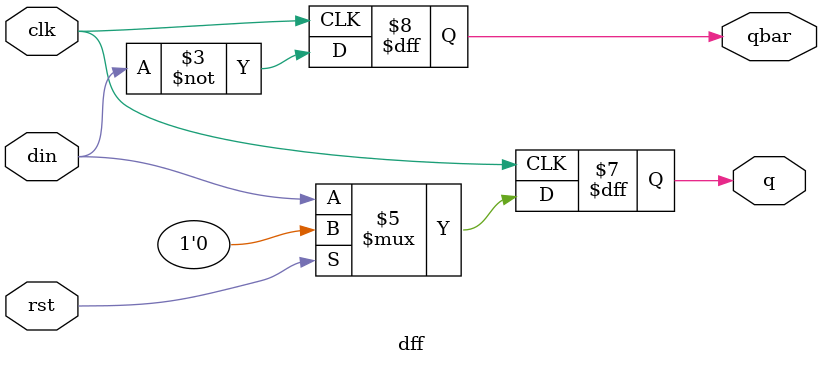
<source format=v>
module dff (
    input clk, din, rst,
    output reg q, qbar
);
 
    always@(posedge clk)
    begin
        if (rst == 1'b1)
            q <= 0;
        else
            q <= din;
            qbar <= ~din;
    end
endmodule
</source>
